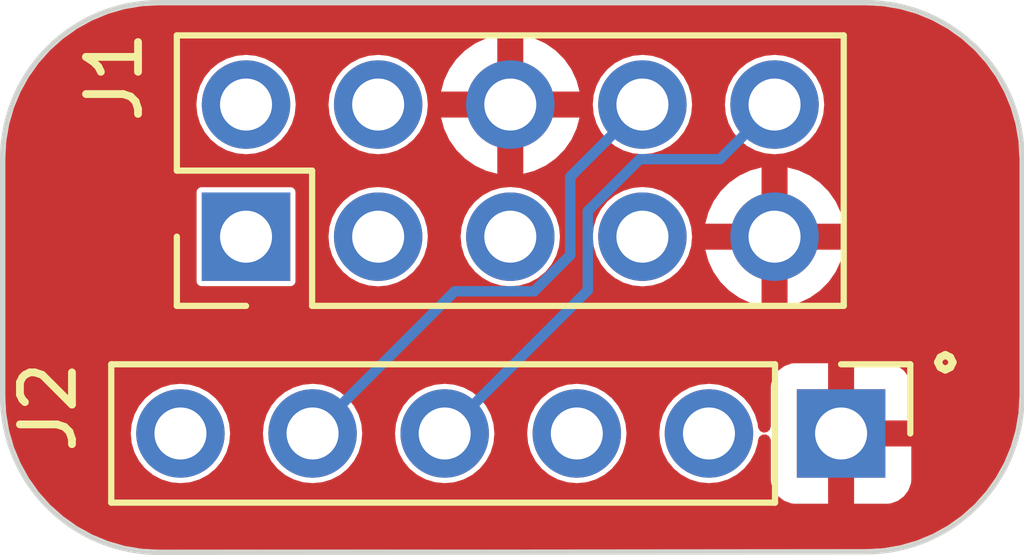
<source format=kicad_pcb>
(kicad_pcb (version 20240108) (generator "pcbnew") (generator_version "8.0")
  (title_block (date "2024-03-27"))
  (layers (0 "F.Cu" signal) (31 "B.Cu" signal) (34 "B.Paste" user) (35 "F.Paste" user) (36 "B.SilkS" user "B.Silkscreen") (37 "F.SilkS" user "F.Silkscreen") (38 "B.Mask" user) (39 "F.Mask" user) (44 "Edge.Cuts" user))
  (net 0 "")
  (net 1 "GND")
  (net 2 "/GPIO2{slash}SDA1")
  (net 3 "/GPIO3{slash}SCL1")
  (net 4 "/GPIO4{slash}GPCLK0")
  (net 5 "/GPIO14{slash}TXD0")
  (net 6 "/GPIO15{slash}RXD0")
  (net 7 "+5V")
  (net 11 "+3.3VP")
  (footprint "Connector_PinHeader_2.54mm:PinHeader_1x06_P2.54mm_Vertical" (layer "F.Cu") (at 116.129 97.714 -90)
    (property "Reference" "J2" (at -0.508 15.24 90) (layer "F.SilkS"))
    (property "Value" "TTL-232R-3V3" (hide yes))
    (fp_line (start -1.33 14.03) (end 1.33 14.03) (stroke (width 0.12)) (layer "F.SilkS"))
    (fp_line (start -1.33 1.27) (end -1.33 14.03) (stroke (width 0.12)) (layer "F.SilkS"))
    (fp_line (start -1.33 1.27) (end 1.33 1.27) (stroke (width 0.12)) (layer "F.SilkS"))
    (fp_line (start 1.33 1.27) (end 1.33 14.03) (stroke (width 0.12)) (layer "F.SilkS"))
    (fp_line (start -1.33 0) (end -1.33 -1.33) (stroke (width 0.12)) (layer "F.SilkS"))
    (fp_line (start -1.33 -1.33) (end 0 -1.33) (stroke (width 0.12)) (layer "F.SilkS"))
    (pad "1" thru_hole rect (at 0 0 270) (size 1.7 1.7) (drill 1) (layers "*.Cu" "*.Mask") (net 1 "GND"))
    (pad "2" thru_hole oval (at 0 2.54 270) (size 1.7 1.7) (drill 1) (layers "*.Cu" "*.Mask"))
    (pad "3" thru_hole oval (at 0 5.08 270) (size 1.7 1.7) (drill 1) (layers "*.Cu" "*.Mask"))
    (pad "4" thru_hole oval (at 0 7.62 270) (size 1.7 1.7) (drill 1) (layers "*.Cu" "*.Mask") (net 6 "/GPIO15{slash}RXD0"))
    (pad "5" thru_hole oval (at 0 10.16 270) (size 1.7 1.7) (drill 1) (layers "*.Cu" "*.Mask") (net 5 "/GPIO14{slash}TXD0"))
    (pad "6" thru_hole oval (at 0 12.7 270) (size 1.7 1.7) (drill 1) (layers "*.Cu" "*.Mask"))
  )
  (footprint "Connector_PinHeader_2.54mm:PinHeader_2x05_P2.54mm_Vertical" (layer "F.Cu") (at 104.69 93.931 90)
    (property "Reference" "J1" (at 3.075 -2.531 90) (layer "F.SilkS"))
    (property "Value" "GPIO")
    (fp_line (start 3.87 -1.33) (end 3.87 11.49) (stroke (width 0.12)) (layer "F.SilkS"))
    (fp_line (start 1.27 -1.33) (end 3.87 -1.33) (stroke (width 0.12)) (layer "F.SilkS"))
    (fp_line (start -1.33 -1.33) (end 0 -1.33) (stroke (width 0.12)) (layer "F.SilkS"))
    (fp_line (start -1.33 0) (end -1.33 -1.33) (stroke (width 0.12)) (layer "F.SilkS"))
    (fp_line (start 1.27 1.27) (end 1.27 -1.33) (stroke (width 0.12)) (layer "F.SilkS"))
    (fp_line (start -1.33 1.27) (end 1.27 1.27) (stroke (width 0.12)) (layer "F.SilkS"))
    (fp_line (start -1.33 1.27) (end -1.33 11.49) (stroke (width 0.12)) (layer "F.SilkS"))
    (fp_line (start -1.33 11.49) (end 3.87 11.49) (stroke (width 0.12)) (layer "F.SilkS"))
    (pad "1" thru_hole rect (at 0 0 90) (size 1.7 1.7) (drill 1) (layers "*.Cu" "*.Mask") (net 11 "+3.3VP"))
    (pad "2" thru_hole oval (at 2.54 0 90) (size 1.7 1.7) (drill 1) (layers "*.Cu" "*.Mask") (net 7 "+5V"))
    (pad "3" thru_hole oval (at 0 2.54 90) (size 1.7 1.7) (drill 1) (layers "*.Cu" "*.Mask") (net 2 "/GPIO2{slash}SDA1"))
    (pad "4" thru_hole oval (at 2.54 2.54 90) (size 1.7 1.7) (drill 1) (layers "*.Cu" "*.Mask") (net 7 "+5V"))
    (pad "5" thru_hole oval (at 0 5.08 90) (size 1.7 1.7) (drill 1) (layers "*.Cu" "*.Mask") (net 3 "/GPIO3{slash}SCL1"))
    (pad "6" thru_hole oval (at 2.54 5.08 90) (size 1.7 1.7) (drill 1) (layers "*.Cu" "*.Mask") (net 1 "GND"))
    (pad "7" thru_hole oval (at 0 7.62 90) (size 1.7 1.7) (drill 1) (layers "*.Cu" "*.Mask") (net 4 "/GPIO4{slash}GPCLK0"))
    (pad "8" thru_hole oval (at 2.54 7.62 90) (size 1.7 1.7) (drill 1) (layers "*.Cu" "*.Mask") (net 5 "/GPIO14{slash}TXD0"))
    (pad "9" thru_hole oval (at 0 10.16 90) (size 1.7 1.7) (drill 1) (layers "*.Cu" "*.Mask") (net 1 "GND"))
    (pad "10" thru_hole oval (at 2.54 10.16 90) (size 1.7 1.7) (drill 1) (layers "*.Cu" "*.Mask") (net 6 "/GPIO15{slash}RXD0"))
  )
  (gr_arc (start 116.6088 89.431) (mid 118.73012 90.30968) (end 119.6088 92.431) (stroke (width 0.1)) (layer "Edge.Cuts"))
  (gr_line (start 116.6088 99.98968) (end 103.01032 100) (stroke (width 0.1)) (layer "Edge.Cuts"))
  (gr_line (start 119.6088 92.431) (end 119.6088 96.98968) (stroke (width 0.1)) (layer "Edge.Cuts"))
  (gr_arc (start 103.01032 100) (mid 100.889 99.12132) (end 100.01032 97) (stroke (width 0.1)) (layer "Edge.Cuts"))
  (gr_line (start 100.01032 92.431) (end 100.01032 97) (stroke (width 0.1)) (layer "Edge.Cuts"))
  (gr_arc (start 119.6088 96.98968) (mid 118.73012 99.111) (end 116.6088 99.98968) (stroke (width 0.1)) (layer "Edge.Cuts"))
  (gr_arc (start 100.01032 92.431) (mid 100.889 90.30968) (end 103.01032 89.431) (stroke (width 0.1)) (layer "Edge.Cuts"))
  (gr_line (start 116.6088 89.431) (end 103.01032 89.431) (stroke (width 0.1)) (layer "Edge.Cuts"))
  (gr_text "°" (at 117.653 97.333 0) (layer "F.SilkS") (effects (font (size 1 1)) (justify left bottom)))
  (segment (start 110.226 94.981) (end 108.702 94.981) (width 0.2) (layer "B.Cu") (net 5))
  (segment (start 110.922 92.779) (end 110.922 94.285) (width 0.2) (layer "B.Cu") (net 5))
  (segment (start 108.702 94.981) (end 105.969 97.714) (width 0.2) (layer "B.Cu") (net 5))
  (segment (start 112.31 91.391) (end 110.922 92.779) (width 0.2) (layer "B.Cu") (net 5))
  (segment (start 110.922 94.285) (end 110.226 94.981) (width 0.2) (layer "B.Cu") (net 5))
  (segment (start 111.26 93.439) (end 112.258 92.441) (width 0.2) (layer "B.Cu") (net 6))
  (segment (start 111.26 94.963) (end 111.26 93.439) (width 0.2) (layer "B.Cu") (net 6))
  (segment (start 112.258 92.441) (end 113.8 92.441) (width 0.2) (layer "B.Cu") (net 6))
  (segment (start 108.509 97.714) (end 111.26 94.963) (width 0.2) (layer "B.Cu") (net 6))
  (segment (start 113.8 92.441) (end 114.85 91.391) (width 0.2) (layer "B.Cu") (net 6))
  (zone (net 1) (net_name "GND") (layer "F.Cu") (connect_pads (clearance 0)) (min_thickness 0.25) (fill yes (thermal_gap 0.5) (thermal_bridge_width 0.5))
    (polygon (pts (xy 100 89.459) (xy 100 100) (xy 119.558 100) (xy 119.558 89.459)))
  )
)
</source>
